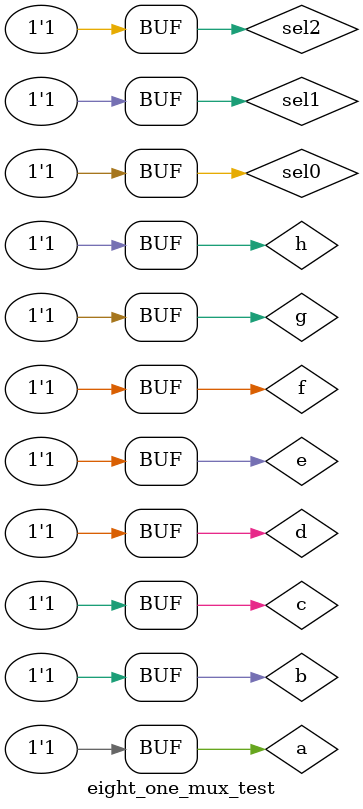
<source format=v>
`timescale 1ns / 1ps


module eight_one_mux_test;

	// Inputs
	reg a;
	reg b;
	reg c;
	reg d;
	reg e;
	reg f;
	reg g;
	reg h;
	reg sel0;
	reg sel1;
	reg sel2;

	// Outputs
	wire op;

	// Instantiate the Unit Under Test (UUT)
	eight_one_mux uut (
		.op(op), 
		.a(a), 
		.b(b), 
		.c(c), 
		.d(d), 
		.e(e), 
		.f(f), 
		.g(g), 
		.h(h), 
		.sel0(sel0), 
		.sel1(sel1), 
		.sel2(sel2)
	);

	initial begin
		// Initialize Inputs
		a = 0;
		b = 0;
		c = 0;
		d = 0;
		e = 0;
		f = 0;
		g = 0;
		h = 0;
		sel0 = 0;
		sel1 = 0;
		sel2 = 0;

		// Wait 5 ns for global reset to finish
		#5;
      repeat(2047)
		begin
		#5;
		sel2 = sel2^(sel1&sel0&h&g&f&e&d&c&b&a);
		sel1 = sel1^(sel0&h&g&f&e&d&c&b&a);
		sel0 = sel0^(h&g&f&e&d&c&b&a);
		h = h^(g&f&e&d&c&b&a);
		g = g^(f&e&d&c&b&a);
		f = f^(e&d&c&b&a);
		e = e^(d&c&b&a);
		d = d^(c&b&a);
		c = c^(b&a);
		b = b^(a);
		a = a^1;
		end
		// Add stimulus here

	end
      
endmodule


</source>
